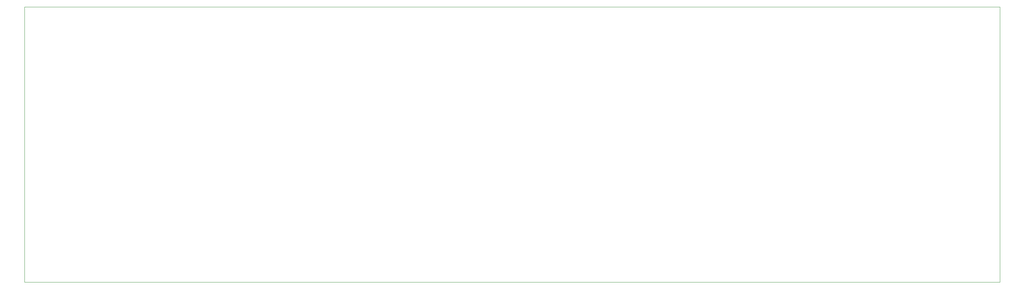
<source format=gm1>
G04 #@! TF.GenerationSoftware,KiCad,Pcbnew,(5.1.10)-1*
G04 #@! TF.CreationDate,2023-12-13T16:58:41-05:00*
G04 #@! TF.ProjectId,LED_Matrix_8x32_v2,4c45445f-4d61-4747-9269-785f38783332,rev?*
G04 #@! TF.SameCoordinates,Original*
G04 #@! TF.FileFunction,Profile,NP*
%FSLAX46Y46*%
G04 Gerber Fmt 4.6, Leading zero omitted, Abs format (unit mm)*
G04 Created by KiCad (PCBNEW (5.1.10)-1) date 2023-12-13 16:58:41*
%MOMM*%
%LPD*%
G01*
G04 APERTURE LIST*
G04 #@! TA.AperFunction,Profile*
%ADD10C,0.050000*%
G04 #@! TD*
G04 APERTURE END LIST*
D10*
X251460000Y-12446000D02*
X12065000Y-12446000D01*
X251460000Y-80010000D02*
X251460000Y-12446000D01*
X12065000Y-80010000D02*
X251460000Y-80010000D01*
X12065000Y-12446000D02*
X12065000Y-80010000D01*
M02*

</source>
